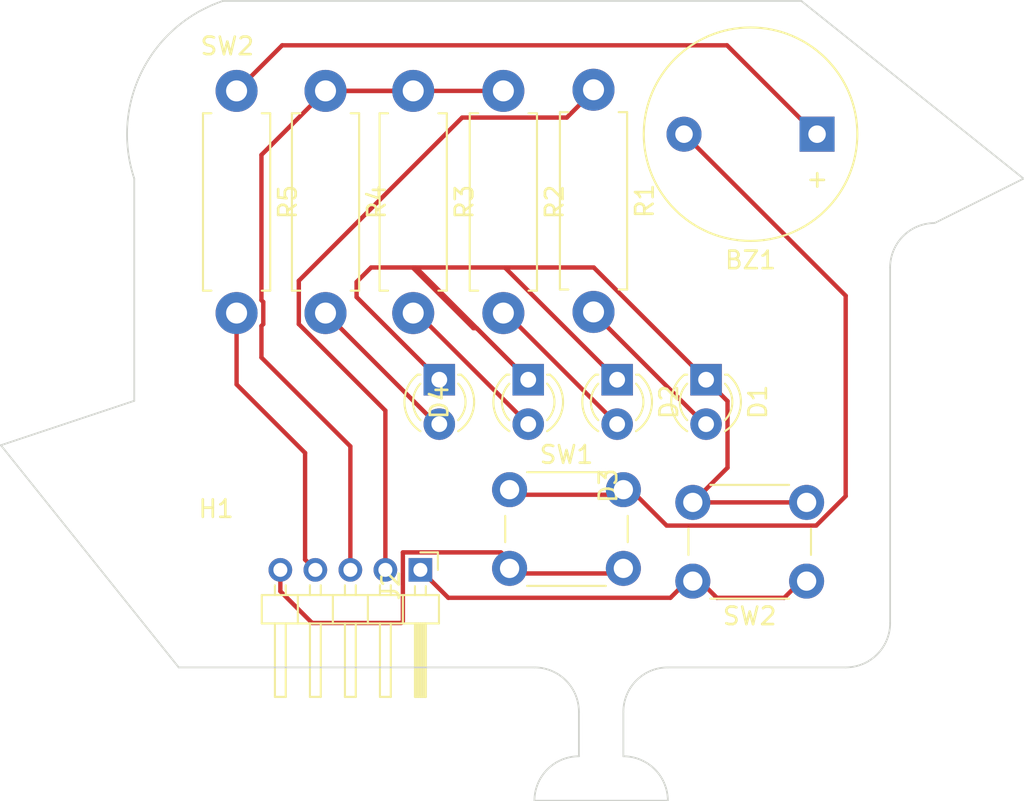
<source format=kicad_pcb>
(kicad_pcb (version 20221018) (generator pcbnew)
  (layers (0 "F.Cu" signal) (31 "B.Cu" signal) (34 "B.Paste" user) (35 "F.Paste" user) (36 "B.SilkS" user "B.Silkscreen") (37 "F.SilkS" user "F.Silkscreen") (38 "B.Mask" user) (39 "F.Mask" user) (44 "Edge.Cuts" user))
  (net 0 "")
  (net 1 "Net-(D1-K)")
  (net 2 "Net-(D1-A)")
  (net 3 "Net-(D2-A)")
  (net 4 "Net-(D3-A)")
  (net 5 "Net-(BZ1--)")
  (net 6 "Net-(BZ1-+)")
  (net 7 "Net-(D4-A)")
  (net 8 "Net-(J2-Pin_1)")
  (net 9 "Net-(J2-Pin_2)")
  (net 10 "Net-(J2-Pin_3)")
  (net 11 "Net-(J2-Pin_4)")
  (net 12 "Net-(J2-Pin_5)")
  (footprint "Resistor_THT:R_Axial_DIN0411_L9.9mm_D3.6mm_P12.70mm_Horizontal" (layer "F.Cu") (at 132.845 71.185 -90)
    (fp_text reference "R5" (at 6.35 -2.92 90) (layer "F.SilkS"))
    (fp_text value "R")
    (fp_line (start 1.28 -1.92) (end 11.42 -1.92) (stroke (width 0.12)) (layer "F.SilkS"))
    (fp_line (start 1.28 -1.44) (end 1.28 -1.92) (stroke (width 0.12)) (layer "F.SilkS"))
    (fp_line (start 1.28 1.44) (end 1.28 1.92) (stroke (width 0.12)) (layer "F.SilkS"))
    (fp_line (start 1.28 1.92) (end 11.42 1.92) (stroke (width 0.12)) (layer "F.SilkS"))
    (fp_line (start 11.42 -1.92) (end 11.42 -1.44) (stroke (width 0.12)) (layer "F.SilkS"))
    (fp_line (start 11.42 1.92) (end 11.42 1.44) (stroke (width 0.12)) (layer "F.SilkS"))
    (pad "1" thru_hole circle (at 0 0 270) (size 2.4 2.4) (drill 1.2) (layers "*.Cu" "*.Mask") (net 5 "Net-(BZ1--)"))
    (pad "2" thru_hole oval (at 12.7 0 270) (size 2.4 2.4) (drill 1.2) (layers "*.Cu" "*.Mask") (net 11 "Net-(J2-Pin_4)"))
  )
  (footprint "Resistor_THT:R_Axial_DIN0411_L9.9mm_D3.6mm_P12.70mm_Horizontal" (layer "F.Cu") (at 137.925 71.185 -90)
    (fp_text reference "R4" (at 6.35 -2.92 90) (layer "F.SilkS"))
    (fp_text value "R")
    (fp_line (start 1.28 -1.92) (end 11.42 -1.92) (stroke (width 0.12)) (layer "F.SilkS"))
    (fp_line (start 1.28 -1.44) (end 1.28 -1.92) (stroke (width 0.12)) (layer "F.SilkS"))
    (fp_line (start 1.28 1.44) (end 1.28 1.92) (stroke (width 0.12)) (layer "F.SilkS"))
    (fp_line (start 1.28 1.92) (end 11.42 1.92) (stroke (width 0.12)) (layer "F.SilkS"))
    (fp_line (start 11.42 -1.92) (end 11.42 -1.44) (stroke (width 0.12)) (layer "F.SilkS"))
    (fp_line (start 11.42 1.92) (end 11.42 1.44) (stroke (width 0.12)) (layer "F.SilkS"))
    (pad "1" thru_hole circle (at 0 0 270) (size 2.4 2.4) (drill 1.2) (layers "*.Cu" "*.Mask") (net 10 "Net-(J2-Pin_3)"))
    (pad "2" thru_hole oval (at 12.7 0 270) (size 2.4 2.4) (drill 1.2) (layers "*.Cu" "*.Mask") (net 7 "Net-(D4-A)"))
  )
  (footprint "Connector_PinHeader_2.00mm:PinHeader_1x05_P2.00mm_Horizontal" (layer "F.Cu") (at 143.345 98.565 -90)
    (fp_text reference "J2" (at 0.882114 1.69 90) (layer "F.SilkS"))
    (fp_text value "Conn_01x05_Pin")
    (fp_line (start -1 -1) (end 0 -1) (stroke (width 0.12)) (layer "F.SilkS"))
    (fp_line (start -1 0) (end -1 -1) (stroke (width 0.12)) (layer "F.SilkS"))
    (fp_line (start 0.882114 1.69) (end 1.44 1.69) (stroke (width 0.12)) (layer "F.SilkS"))
    (fp_line (start 0.882114 2.31) (end 1.44 2.31) (stroke (width 0.12)) (layer "F.SilkS"))
    (fp_line (start 0.882114 3.69) (end 1.44 3.69) (stroke (width 0.12)) (layer "F.SilkS"))
    (fp_line (start 0.882114 4.31) (end 1.44 4.31) (stroke (width 0.12)) (layer "F.SilkS"))
    (fp_line (start 0.882114 5.69) (end 1.44 5.69) (stroke (width 0.12)) (layer "F.SilkS"))
    (fp_line (start 0.882114 6.31) (end 1.44 6.31) (stroke (width 0.12)) (layer "F.SilkS"))
    (fp_line (start 0.882114 7.69) (end 1.44 7.69) (stroke (width 0.12)) (layer "F.SilkS"))
    (fp_line (start 0.882114 8.31) (end 1.44 8.31) (stroke (width 0.12)) (layer "F.SilkS"))
    (fp_line (start 0.935 -0.31) (end 1.44 -0.31) (stroke (width 0.12)) (layer "F.SilkS"))
    (fp_line (start 0.935 0.31) (end 1.44 0.31) (stroke (width 0.12)) (layer "F.SilkS"))
    (fp_line (start 1.44 -1.06) (end 1.44 9.06) (stroke (width 0.12)) (layer "F.SilkS"))
    (fp_line (start 1.44 1) (end 3.06 1) (stroke (width 0.12)) (layer "F.SilkS"))
    (fp_line (start 1.44 3) (end 3.06 3) (stroke (width 0.12)) (layer "F.SilkS"))
    (fp_line (start 1.44 5) (end 3.06 5) (stroke (width 0.12)) (layer "F.SilkS"))
    (fp_line (start 1.44 7) (end 3.06 7) (stroke (width 0.12)) (layer "F.SilkS"))
    (fp_line (start 1.44 9.06) (end 3.06 9.06) (stroke (width 0.12)) (layer "F.SilkS"))
    (fp_line (start 3.06 -1.06) (end 1.44 -1.06) (stroke (width 0.12)) (layer "F.SilkS"))
    (fp_line (start 3.06 -0.31) (end 7.26 -0.31) (stroke (width 0.12)) (layer "F.SilkS"))
    (fp_line (start 3.06 -0.25) (end 7.26 -0.25) (stroke (width 0.12)) (layer "F.SilkS"))
    (fp_line (start 3.06 -0.13) (end 7.26 -0.13) (stroke (width 0.12)) (layer "F.SilkS"))
    (fp_line (start 3.06 -0.01) (end 7.26 -0.01) (stroke (width 0.12)) (layer "F.SilkS"))
    (fp_line (start 3.06 0.11) (end 7.26 0.11) (stroke (width 0.12)) (layer "F.SilkS"))
    (fp_line (start 3.06 0.23) (end 7.26 0.23) (stroke (width 0.12)) (layer "F.SilkS"))
    (fp_line (start 3.06 1.69) (end 7.26 1.69) (stroke (width 0.12)) (layer "F.SilkS"))
    (fp_line (start 3.06 3.69) (end 7.26 3.69) (stroke (width 0.12)) (layer "F.SilkS"))
    (fp_line (start 3.06 5.69) (end 7.26 5.69) (stroke (width 0.12)) (layer "F.SilkS"))
    (fp_line (start 3.06 7.69) (end 7.26 7.69) (stroke (width 0.12)) (layer "F.SilkS"))
    (fp_line (start 3.06 9.06) (end 3.06 -1.06) (stroke (width 0.12)) (layer "F.SilkS"))
    (fp_line (start 7.26 -0.31) (end 7.26 0.31) (stroke (width 0.12)) (layer "F.SilkS"))
    (fp_line (start 7.26 0.31) (end 3.06 0.31) (stroke (width 0.12)) (layer "F.SilkS"))
    (fp_line (start 7.26 1.69) (end 7.26 2.31) (stroke (width 0.12)) (layer "F.SilkS"))
    (fp_line (start 7.26 2.31) (end 3.06 2.31) (stroke (width 0.12)) (layer "F.SilkS"))
    (fp_line (start 7.26 3.69) (end 7.26 4.31) (stroke (width 0.12)) (layer "F.SilkS"))
    (fp_line (start 7.26 4.31) (end 3.06 4.31) (stroke (width 0.12)) (layer "F.SilkS"))
    (fp_line (start 7.26 5.69) (end 7.26 6.31) (stroke (width 0.12)) (layer "F.SilkS"))
    (fp_line (start 7.26 6.31) (end 3.06 6.31) (stroke (width 0.12)) (layer "F.SilkS"))
    (fp_line (start 7.26 7.69) (end 7.26 8.31) (stroke (width 0.12)) (layer "F.SilkS"))
    (fp_line (start 7.26 8.31) (end 3.06 8.31) (stroke (width 0.12)) (layer "F.SilkS"))
    (pad "1" thru_hole rect (at 0 0 270) (size 1.35 1.35) (drill 0.8) (layers "*.Cu" "*.Mask") (net 8 "Net-(J2-Pin_1)"))
    (pad "2" thru_hole oval (at 0 2 270) (size 1.35 1.35) (drill 0.8) (layers "*.Cu" "*.Mask") (net 9 "Net-(J2-Pin_2)"))
    (pad "3" thru_hole oval (at 0 4 270) (size 1.35 1.35) (drill 0.8) (layers "*.Cu" "*.Mask") (net 10 "Net-(J2-Pin_3)"))
    (pad "4" thru_hole oval (at 0 6 270) (size 1.35 1.35) (drill 0.8) (layers "*.Cu" "*.Mask") (net 11 "Net-(J2-Pin_4)"))
    (pad "5" thru_hole oval (at 0 8 270) (size 1.35 1.35) (drill 0.8) (layers "*.Cu" "*.Mask") (net 12 "Net-(J2-Pin_5)"))
  )
  (footprint "LED_THT:LED_D3.0mm" (layer "F.Cu") (at 144.425 87.695 -90)
    (fp_text reference "D4" (at 1.27 0 90) (layer "F.SilkS"))
    (fp_text value "LED")
    (fp_line (start -0.29 -1.236) (end -0.29 -1.08) (stroke (width 0.12)) (layer "F.SilkS"))
    (fp_line (start -0.29 1.08) (end -0.29 1.236) (stroke (width 0.12)) (layer "F.SilkS"))
    (fp_arc (start -0.29 -1.235516) (mid 1.366487 -1.987659) (end 2.942335 -1.078608) (stroke (width 0.12)) (layer "F.SilkS"))
    (fp_arc (start 0.229039 -1.08) (mid 1.270117 -1.5) (end 2.31113 -1.079837) (stroke (width 0.12)) (layer "F.SilkS"))
    (fp_arc (start 2.31113 1.079837) (mid 1.270117 1.5) (end 0.229039 1.08) (stroke (width 0.12)) (layer "F.SilkS"))
    (fp_arc (start 2.942335 1.078608) (mid 1.366487 1.987659) (end -0.29 1.235516) (stroke (width 0.12)) (layer "F.SilkS"))
    (pad "1" thru_hole rect (at 0 0 270) (size 1.8 1.8) (drill 0.9) (layers "*.Cu" "*.Mask") (net 1 "Net-(D1-K)"))
    (pad "2" thru_hole circle (at 2.54 0 270) (size 1.8 1.8) (drill 0.9) (layers "*.Cu" "*.Mask") (net 7 "Net-(D4-A)"))
  )
  (footprint "LED_THT:LED_D3.0mm" (layer "F.Cu") (at 149.505 87.695 -90)
    (fp_text reference "D3" (at 6.06 -4.57 90) (layer "F.SilkS"))
    (fp_text value "LED")
    (fp_line (start -0.29 -1.236) (end -0.29 -1.08) (stroke (width 0.12)) (layer "F.SilkS"))
    (fp_line (start -0.29 1.08) (end -0.29 1.236) (stroke (width 0.12)) (layer "F.SilkS"))
    (fp_arc (start -0.29 -1.235516) (mid 1.366487 -1.987659) (end 2.942335 -1.078608) (stroke (width 0.12)) (layer "F.SilkS"))
    (fp_arc (start 0.229039 -1.08) (mid 1.270117 -1.5) (end 2.31113 -1.079837) (stroke (width 0.12)) (layer "F.SilkS"))
    (fp_arc (start 2.31113 1.079837) (mid 1.270117 1.5) (end 0.229039 1.08) (stroke (width 0.12)) (layer "F.SilkS"))
    (fp_arc (start 2.942335 1.078608) (mid 1.366487 1.987659) (end -0.29 1.235516) (stroke (width 0.12)) (layer "F.SilkS"))
    (pad "1" thru_hole rect (at 0 0 270) (size 1.8 1.8) (drill 0.9) (layers "*.Cu" "*.Mask") (net 1 "Net-(D1-K)"))
    (pad "2" thru_hole circle (at 2.54 0 270) (size 1.8 1.8) (drill 0.9) (layers "*.Cu" "*.Mask") (net 4 "Net-(D3-A)"))
  )
  (footprint "Button_Switch_THT:SW_PUSH_6mm" (layer "F.Cu") (at 165.4075 99.2075 180)
    (fp_text reference "SW2" (at 3.25 -2) (layer "F.SilkS"))
    (fp_text value "SW_Push_Open")
    (fp_line (start -0.25 1.5) (end -0.25 3) (stroke (width 0.12)) (layer "F.SilkS"))
    (fp_line (start 1 5.5) (end 5.5 5.5) (stroke (width 0.12)) (layer "F.SilkS"))
    (fp_line (start 5.5 -1) (end 1 -1) (stroke (width 0.12)) (layer "F.SilkS"))
    (fp_line (start 6.75 3) (end 6.75 1.5) (stroke (width 0.12)) (layer "F.SilkS"))
    (pad "1" thru_hole circle (at 0 0 270) (size 2 2) (drill 1.1) (layers "*.Cu" "*.Mask") (net 8 "Net-(J2-Pin_1)"))
    (pad "1" thru_hole circle (at 6.5 0 270) (size 2 2) (drill 1.1) (layers "*.Cu" "*.Mask") (net 8 "Net-(J2-Pin_1)"))
    (pad "2" thru_hole circle (at 0 4.5 270) (size 2 2) (drill 1.1) (layers "*.Cu" "*.Mask") (net 1 "Net-(D1-K)"))
    (pad "2" thru_hole circle (at 6.5 4.5 270) (size 2 2) (drill 1.1) (layers "*.Cu" "*.Mask") (net 1 "Net-(D1-K)"))
  )
  (footprint "MountingHole:MountingHole_2.1mm" (layer "F.Cu") (at 131.6775 91.8775 180)
    (fp_text reference "H1" (at 0 -3.2) (layer "F.SilkS"))
    (fp_text value "MountingHole")
    (pad "" np_thru_hole circle (at 0 0 180) (size 2.1 2.1) (drill 2.1) (layers "*.Cu" "*.Mask"))
  )
  (footprint "Resistor_THT:R_Axial_DIN0411_L9.9mm_D3.6mm_P12.70mm_Horizontal" (layer "F.Cu") (at 148.085 71.185 -90)
    (fp_text reference "R2" (at 6.35 -2.92 90) (layer "F.SilkS"))
    (fp_text value "R")
    (fp_line (start 1.28 -1.92) (end 11.42 -1.92) (stroke (width 0.12)) (layer "F.SilkS"))
    (fp_line (start 1.28 -1.44) (end 1.28 -1.92) (stroke (width 0.12)) (layer "F.SilkS"))
    (fp_line (start 1.28 1.44) (end 1.28 1.92) (stroke (width 0.12)) (layer "F.SilkS"))
    (fp_line (start 1.28 1.92) (end 11.42 1.92) (stroke (width 0.12)) (layer "F.SilkS"))
    (fp_line (start 11.42 -1.92) (end 11.42 -1.44) (stroke (width 0.12)) (layer "F.SilkS"))
    (fp_line (start 11.42 1.92) (end 11.42 1.44) (stroke (width 0.12)) (layer "F.SilkS"))
    (pad "1" thru_hole circle (at 0 0 270) (size 2.4 2.4) (drill 1.2) (layers "*.Cu" "*.Mask") (net 10 "Net-(J2-Pin_3)"))
    (pad "2" thru_hole oval (at 12.7 0 270) (size 2.4 2.4) (drill 1.2) (layers "*.Cu" "*.Mask") (net 3 "Net-(D2-A)"))
  )
  (footprint "LED_THT:LED_D3.0mm" (layer "F.Cu") (at 159.665 87.695 -90)
    (fp_text reference "D1" (at 1.27 -2.96 90) (layer "F.SilkS"))
    (fp_text value "LED")
    (fp_line (start -0.29 -1.236) (end -0.29 -1.08) (stroke (width 0.12)) (layer "F.SilkS"))
    (fp_line (start -0.29 1.08) (end -0.29 1.236) (stroke (width 0.12)) (layer "F.SilkS"))
    (fp_arc (start -0.29 -1.235516) (mid 1.366487 -1.987659) (end 2.942335 -1.078608) (stroke (width 0.12)) (layer "F.SilkS"))
    (fp_arc (start 0.229039 -1.08) (mid 1.270117 -1.5) (end 2.31113 -1.079837) (stroke (width 0.12)) (layer "F.SilkS"))
    (fp_arc (start 2.31113 1.079837) (mid 1.270117 1.5) (end 0.229039 1.08) (stroke (width 0.12)) (layer "F.SilkS"))
    (fp_arc (start 2.942335 1.078608) (mid 1.366487 1.987659) (end -0.29 1.235516) (stroke (width 0.12)) (layer "F.SilkS"))
    (pad "1" thru_hole rect (at 0 0 270) (size 1.8 1.8) (drill 0.9) (layers "*.Cu" "*.Mask") (net 1 "Net-(D1-K)"))
    (pad "2" thru_hole circle (at 2.54 0 270) (size 1.8 1.8) (drill 0.9) (layers "*.Cu" "*.Mask") (net 2 "Net-(D1-A)"))
  )
  (footprint "LED_THT:LED_D3.0mm" (layer "F.Cu") (at 154.585 87.695 -90)
    (fp_text reference "D2" (at 1.27 -2.96 90) (layer "F.SilkS"))
    (fp_text value "LED")
    (fp_line (start -0.29 -1.236) (end -0.29 -1.08) (stroke (width 0.12)) (layer "F.SilkS"))
    (fp_line (start -0.29 1.08) (end -0.29 1.236) (stroke (width 0.12)) (layer "F.SilkS"))
    (fp_arc (start -0.29 -1.235516) (mid 1.366487 -1.987659) (end 2.942335 -1.078608) (stroke (width 0.12)) (layer "F.SilkS"))
    (fp_arc (start 0.229039 -1.08) (mid 1.270117 -1.5) (end 2.31113 -1.079837) (stroke (width 0.12)) (layer "F.SilkS"))
    (fp_arc (start 2.31113 1.079837) (mid 1.270117 1.5) (end 0.229039 1.08) (stroke (width 0.12)) (layer "F.SilkS"))
    (fp_arc (start 2.942335 1.078608) (mid 1.366487 1.987659) (end -0.29 1.235516) (stroke (width 0.12)) (layer "F.SilkS"))
    (pad "1" thru_hole rect (at 0 0 270) (size 1.8 1.8) (drill 0.9) (layers "*.Cu" "*.Mask") (net 1 "Net-(D1-K)"))
    (pad "2" thru_hole circle (at 2.54 0 270) (size 1.8 1.8) (drill 0.9) (layers "*.Cu" "*.Mask") (net 3 "Net-(D2-A)"))
  )
  (footprint "Resistor_THT:R_Axial_DIN0411_L9.9mm_D3.6mm_P12.70mm_Horizontal" (layer "F.Cu") (at 142.935 71.185 -90)
    (fp_text reference "R3" (at 6.35 -2.92 90) (layer "F.SilkS"))
    (fp_text value "R")
    (fp_line (start 1.28 -1.92) (end 11.42 -1.92) (stroke (width 0.12)) (layer "F.SilkS"))
    (fp_line (start 1.28 -1.44) (end 1.28 -1.92) (stroke (width 0.12)) (layer "F.SilkS"))
    (fp_line (start 1.28 1.44) (end 1.28 1.92) (stroke (width 0.12)) (layer "F.SilkS"))
    (fp_line (start 1.28 1.92) (end 11.42 1.92) (stroke (width 0.12)) (layer "F.SilkS"))
    (fp_line (start 11.42 -1.92) (end 11.42 -1.44) (stroke (width 0.12)) (layer "F.SilkS"))
    (fp_line (start 11.42 1.92) (end 11.42 1.44) (stroke (width 0.12)) (layer "F.SilkS"))
    (pad "1" thru_hole circle (at 0 0 270) (size 2.4 2.4) (drill 1.2) (layers "*.Cu" "*.Mask") (net 10 "Net-(J2-Pin_3)"))
    (pad "2" thru_hole oval (at 12.7 0 270) (size 2.4 2.4) (drill 1.2) (layers "*.Cu" "*.Mask") (net 4 "Net-(D3-A)"))
  )
  (footprint "Button_Switch_THT:SW_PUSH_6mm" (layer "F.Cu") (at 148.44 93.98)
    (fp_text reference "SW1" (at 3.25 -2) (layer "F.SilkS"))
    (fp_text value "SW_Push_Open")
    (fp_line (start -0.25 1.5) (end -0.25 3) (stroke (width 0.12)) (layer "F.SilkS"))
    (fp_line (start 1 5.5) (end 5.5 5.5) (stroke (width 0.12)) (layer "F.SilkS"))
    (fp_line (start 5.5 -1) (end 1 -1) (stroke (width 0.12)) (layer "F.SilkS"))
    (fp_line (start 6.75 3) (end 6.75 1.5) (stroke (width 0.12)) (layer "F.SilkS"))
    (pad "1" thru_hole circle (at 0 0 90) (size 2 2) (drill 1.1) (layers "*.Cu" "*.Mask") (net 6 "Net-(BZ1-+)"))
    (pad "1" thru_hole circle (at 6.5 0 90) (size 2 2) (drill 1.1) (layers "*.Cu" "*.Mask") (net 6 "Net-(BZ1-+)"))
    (pad "2" thru_hole circle (at 0 4.5 90) (size 2 2) (drill 1.1) (layers "*.Cu" "*.Mask") (net 12 "Net-(J2-Pin_5)"))
    (pad "2" thru_hole circle (at 6.5 4.5 90) (size 2 2) (drill 1.1) (layers "*.Cu" "*.Mask") (net 12 "Net-(J2-Pin_5)"))
  )
  (footprint "Resistor_THT:R_Axial_DIN0411_L9.9mm_D3.6mm_P12.70mm_Horizontal" (layer "F.Cu") (at 153.235 71.12 -90)
    (fp_text reference "R1" (at 6.35 -2.92 90) (layer "F.SilkS"))
    (fp_text value "R")
    (fp_line (start 1.28 -1.92) (end 11.42 -1.92) (stroke (width 0.12)) (layer "F.SilkS"))
    (fp_line (start 1.28 -1.44) (end 1.28 -1.92) (stroke (width 0.12)) (layer "F.SilkS"))
    (fp_line (start 1.28 1.44) (end 1.28 1.92) (stroke (width 0.12)) (layer "F.SilkS"))
    (fp_line (start 1.28 1.92) (end 11.42 1.92) (stroke (width 0.12)) (layer "F.SilkS"))
    (fp_line (start 11.42 -1.92) (end 11.42 -1.44) (stroke (width 0.12)) (layer "F.SilkS"))
    (fp_line (start 11.42 1.92) (end 11.42 1.44) (stroke (width 0.12)) (layer "F.SilkS"))
    (pad "1" thru_hole circle (at 0 0 270) (size 2.4 2.4) (drill 1.2) (layers "*.Cu" "*.Mask") (net 9 "Net-(J2-Pin_2)"))
    (pad "2" thru_hole oval (at 12.7 0 270) (size 2.4 2.4) (drill 1.2) (layers "*.Cu" "*.Mask") (net 2 "Net-(D1-A)"))
  )
  (footprint "Buzzer_Beeper:Buzzer_12x9.5RM7.6" (layer "F.Cu") (at 166.005 73.66 180)
    (fp_text reference "BZ1" (at 3.8 -7.2) (layer "F.SilkS"))
    (fp_text value "Buzzer" hide)
    (fp_text user "+" (at -0.01 -2.54) (layer "F.SilkS"))
    (fp_circle (center 3.8 0) (end 9.9 0) (stroke (width 0.12)) (fill none) (layer "F.SilkS"))
    (pad "1" thru_hole rect (at 0 0 180) (size 2 2) (drill 1) (layers "*.Cu" "*.Mask") (net 5 "Net-(BZ1--)"))
    (pad "2" thru_hole circle (at 7.6 0 180) (size 2 2) (drill 1) (layers "*.Cu" "*.Mask") (net 6 "Net-(BZ1-+)"))
  )
  (gr_line (start 119.38 91.44) (end 129.54 104.14) (stroke (width 0.1)) (layer "Edge.Cuts"))
  (gr_line (start 165.1 66.04) (end 177.8 76.2) (stroke (width 0.1)) (layer "Edge.Cuts"))
  (gr_arc (start 154.94 109.22) (mid 156.736051 109.963949) (end 157.48 111.76) (stroke (width 0.1)) (layer "Edge.Cuts"))
  (gr_line (start 177.8 76.2) (end 172.72 78.74) (stroke (width 0.1)) (layer "Edge.Cuts"))
  (gr_line (start 119.38 91.44) (end 127 88.9) (stroke (width 0.1)) (layer "Edge.Cuts"))
  (gr_line (start 154.94 106.68) (end 154.94 109.22) (stroke (width 0.1)) (layer "Edge.Cuts"))
  (gr_arc (start 149.86 111.76) (mid 150.603949 109.963949) (end 152.4 109.22) (stroke (width 0.1)) (layer "Edge.Cuts"))
  (gr_line (start 170.18 101.6) (end 170.18 81.28) (stroke (width 0.1)) (layer "Edge.Cuts"))
  (gr_arc (start 170.18 101.6) (mid 169.436051 103.396051) (end 167.64 104.14) (stroke (width 0.1)) (layer "Edge.Cuts"))
  (gr_arc (start 149.86 104.14) (mid 151.656051 104.883949) (end 152.4 106.68) (stroke (width 0.1)) (layer "Edge.Cuts"))
  (gr_line (start 132.08 66.04) (end 165.1 66.04) (stroke (width 0.1)) (layer "Edge.Cuts"))
  (gr_arc (start 154.94 106.68) (mid 155.683949 104.883949) (end 157.48 104.14) (stroke (width 0.1)) (layer "Edge.Cuts"))
  (gr_line (start 149.86 104.14) (end 129.54 104.14) (stroke (width 0.1)) (layer "Edge.Cuts"))
  (gr_arc (start 170.18 81.28) (mid 170.923949 79.483949) (end 172.72 78.74) (stroke (width 0.1)) (layer "Edge.Cuts"))
  (gr_line (start 152.4 109.22) (end 152.4 106.68) (stroke (width 0.1)) (layer "Edge.Cuts"))
  (gr_line (start 167.64 104.14) (end 157.48 104.14) (stroke (width 0.1)) (layer "Edge.Cuts"))
  (gr_line (start 149.86 111.76) (end 157.48 111.76) (stroke (width 0.1)) (layer "Edge.Cuts"))
  (gr_line (start 127 88.9) (end 127 76.2) (stroke (width 0.1)) (layer "Edge.Cuts"))
  (gr_arc (start 127 76.2) (mid 127.435795 70.067898) (end 132.08 66.04) (stroke (width 0.1)) (layer "Edge.Cuts"))
  (gr_text "SW2" (at 132.315 68.6275) (layer "F.SilkS") (effects (font (size 1 1))))
  (segment (start 160.89 92.725) (end 158.9075 94.7075) (width 0.25) (layer "F.Cu") (net 1))
  (segment (start 140.53 81.28) (end 143.09 81.28) (width 0.25) (layer "F.Cu") (net 1))
  (segment (start 146.56 84.75) (end 146.373338 84.75) (width 0.25) (layer "F.Cu") (net 1))
  (segment (start 146.373338 84.75) (end 142.903338 81.28) (width 0.25) (layer "F.Cu") (net 1))
  (segment (start 149.505 87.695) (end 146.56 84.75) (width 0.25) (layer "F.Cu") (net 1))
  (segment (start 144.425 87.695) (end 139.7 82.97) (width 0.25) (layer "F.Cu") (net 1))
  (segment (start 159.665 87.695) (end 160.89 88.92) (width 0.25) (layer "F.Cu") (net 1))
  (segment (start 159.31 93.98) (end 158.955 94.335) (width 0.25) (layer "F.Cu") (net 1))
  (segment (start 139.7 82.97) (end 139.7 82.11) (width 0.25) (layer "F.Cu") (net 1))
  (segment (start 143.09 81.28) (end 149.505 87.695) (width 0.25) (layer "F.Cu") (net 1))
  (segment (start 142.903338 81.28) (end 148.17 81.28) (width 0.25) (layer "F.Cu") (net 1))
  (segment (start 139.7 82.11) (end 140.53 81.28) (width 0.25) (layer "F.Cu") (net 1))
  (segment (start 153.25 81.28) (end 159.665 87.695) (width 0.25) (layer "F.Cu") (net 1))
  (segment (start 160.89 88.92) (end 160.89 92.725) (width 0.25) (layer "F.Cu") (net 1))
  (segment (start 148.17 81.28) (end 154.585 87.695) (width 0.25) (layer "F.Cu") (net 1))
  (segment (start 148.17 81.28) (end 153.25 81.28) (width 0.25) (layer "F.Cu") (net 1))
  (segment (start 165.4075 94.7075) (end 158.9075 94.7075) (width 0.25) (layer "F.Cu") (net 1))
  (segment (start 153.235 83.885) (end 159.585 90.235) (width 0.25) (layer "F.Cu") (net 2))
  (segment (start 159.585 90.235) (end 159.665 90.235) (width 0.25) (layer "F.Cu") (net 2))
  (segment (start 148.235 83.885) (end 148.085 83.885) (width 0.25) (layer "F.Cu") (net 3))
  (segment (start 154.435 90.235) (end 154.585 90.235) (width 0.25) (layer "F.Cu") (net 3))
  (segment (start 154.585 90.235) (end 148.235 83.885) (width 0.25) (layer "F.Cu") (net 3))
  (segment (start 143.155 83.885) (end 142.935 83.885) (width 0.25) (layer "F.Cu") (net 4))
  (segment (start 149.505 90.235) (end 143.155 83.885) (width 0.25) (layer "F.Cu") (net 4))
  (segment (start 149.285 90.235) (end 149.505 90.235) (width 0.25) (layer "F.Cu") (net 4))
  (segment (start 132.845 71.185) (end 135.45 68.58) (width 0.25) (layer "F.Cu") (net 5))
  (segment (start 160.86 68.58) (end 166.005 73.725) (width 0.25) (layer "F.Cu") (net 5))
  (segment (start 135.45 68.58) (end 160.86 68.58) (width 0.25) (layer "F.Cu") (net 5))
  (segment (start 167.64 82.895) (end 167.64 94.348833) (width 0.25) (layer "F.Cu") (net 6))
  (segment (start 167.64 94.348833) (end 165.956333 96.0325) (width 0.25) (layer "F.Cu") (net 6))
  (segment (start 157.4125 96.0325) (end 155.65 94.27) (width 0.25) (layer "F.Cu") (net 6))
  (segment (start 158.405 73.66) (end 167.64 82.895) (width 0.25) (layer "F.Cu") (net 6))
  (segment (start 149.15 94.27) (end 155.65 94.27) (width 0.25) (layer "F.Cu") (net 6))
  (segment (start 165.956333 96.0325) (end 157.4125 96.0325) (width 0.25) (layer "F.Cu") (net 6))
  (segment (start 137.925 83.885) (end 144.275 90.235) (width 0.25) (layer "F.Cu") (net 7))
  (segment (start 144.275 90.235) (end 144.425 90.235) (width 0.25) (layer "F.Cu") (net 7))
  (segment (start 165.455 98.835) (end 164.13 100.16) (width 0.25) (layer "F.Cu") (net 8))
  (segment (start 158.955 98.835) (end 157.63 100.16) (width 0.25) (layer "F.Cu") (net 8))
  (segment (start 160.28 100.16) (end 158.955 98.835) (width 0.25) (layer "F.Cu") (net 8))
  (segment (start 164.13 100.16) (end 160.28 100.16) (width 0.25) (layer "F.Cu") (net 8))
  (segment (start 157.63 100.16) (end 144.94 100.16) (width 0.25) (layer "F.Cu") (net 8))
  (segment (start 144.94 100.16) (end 143.345 98.565) (width 0.25) (layer "F.Cu") (net 8))
  (segment (start 145.73 72.71) (end 136.4 82.04) (width 0.25) (layer "F.Cu") (net 9))
  (segment (start 141.345 89.461676) (end 141.345 98.565) (width 0.25) (layer "F.Cu") (net 9))
  (segment (start 136.4 84.516676) (end 141.345 89.461676) (width 0.25) (layer "F.Cu") (net 9))
  (segment (start 136.4 82.04) (end 136.4 84.516676) (width 0.25) (layer "F.Cu") (net 9))
  (segment (start 153.235 71.185) (end 151.71 72.71) (width 0.25) (layer "F.Cu") (net 9))
  (segment (start 151.71 72.71) (end 145.73 72.71) (width 0.25) (layer "F.Cu") (net 9))
  (segment (start 134.265 74.845) (end 134.265 83.148324) (width 0.25) (layer "F.Cu") (net 10))
  (segment (start 134.265 83.148324) (end 134.37 83.253324) (width 0.25) (layer "F.Cu") (net 10))
  (segment (start 137.925 71.185) (end 148.085 71.185) (width 0.25) (layer "F.Cu") (net 10))
  (segment (start 137.925 71.185) (end 142.935 71.185) (width 0.25) (layer "F.Cu") (net 10))
  (segment (start 134.37 84.516676) (end 134.265 84.621676) (width 0.25) (layer "F.Cu") (net 10))
  (segment (start 137.925 71.185) (end 134.265 74.845) (width 0.25) (layer "F.Cu") (net 10))
  (segment (start 139.345 91.505) (end 139.345 98.565) (width 0.25) (layer "F.Cu") (net 10))
  (segment (start 134.265 84.621676) (end 134.265 86.425) (width 0.25) (layer "F.Cu") (net 10))
  (segment (start 134.265 86.425) (end 139.345 91.505) (width 0.25) (layer "F.Cu") (net 10))
  (segment (start 139.45 98.46) (end 139.345 98.565) (width 0.25) (layer "F.Cu") (net 10))
  (segment (start 134.37 83.253324) (end 134.37 84.516676) (width 0.25) (layer "F.Cu") (net 10))
  (segment (start 132.845 83.885) (end 132.845 87.965) (width 0.25) (layer "F.Cu") (net 11))
  (segment (start 132.845 87.965) (end 136.7575 91.8775) (width 0.25) (layer "F.Cu") (net 11))
  (segment (start 136.7575 91.8775) (end 136.7575 97.9775) (width 0.25) (layer "F.Cu") (net 11))
  (segment (start 136.7575 97.9775) (end 137.345 98.565) (width 0.25) (layer "F.Cu") (net 11))
  (segment (start 135.345 99.785) (end 135.345 98.565) (width 0.25) (layer "F.Cu") (net 12))
  (segment (start 149.15 98.77) (end 147.945 97.565) (width 0.25) (layer "F.Cu") (net 12))
  (segment (start 149.15 98.77) (end 155.65 98.77) (width 0.25) (layer "F.Cu") (net 12))
  (segment (start 142.345 97.565) (end 142.345 101.507107) (width 0.25) (layer "F.Cu") (net 12))
  (segment (start 142.345 101.507107) (end 142.252107 101.6) (width 0.25) (layer "F.Cu") (net 12))
  (segment (start 147.945 97.565) (end 142.345 97.565) (width 0.25) (layer "F.Cu") (net 12))
  (segment (start 142.252107 101.6) (end 137.16 101.6) (width 0.25) (layer "F.Cu") (net 12))
  (segment (start 137.16 101.6) (end 135.345 99.785) (width 0.25) (layer "F.Cu") (net 12))
)
</source>
